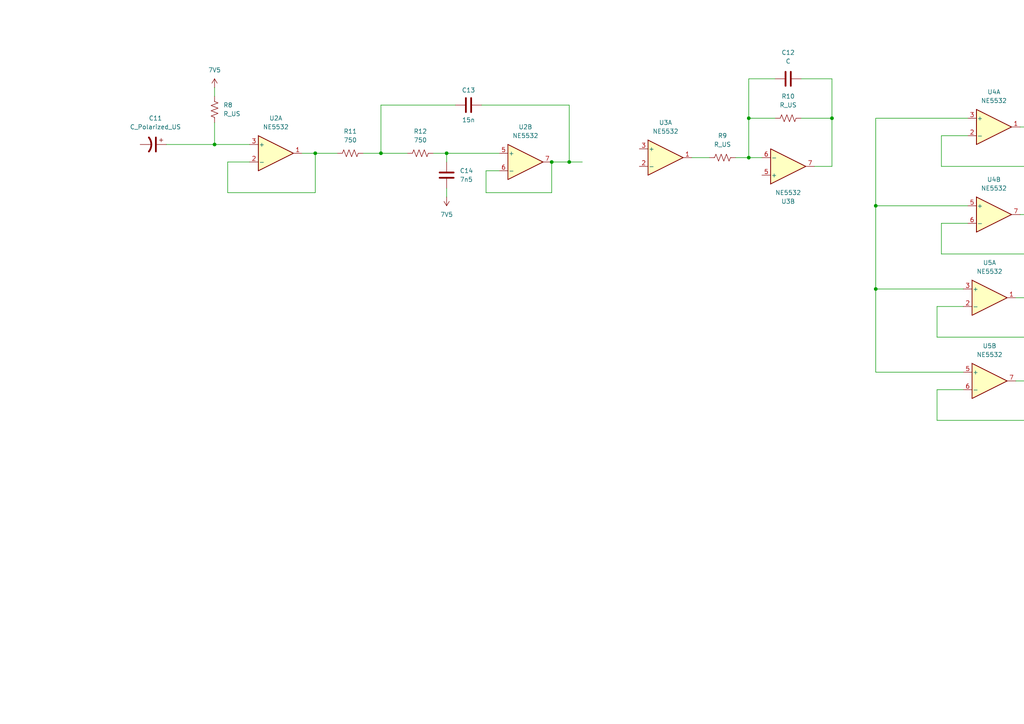
<source format=kicad_sch>
(kicad_sch (version 20231120) (generator "eeschema") (generator_version "8.0")
  (paper "A4")
  (lib_symbols
    (symbol "Amplifier_Operational:NE5532" (pin_names (offset 0.127))
      (property "Reference" "U" (at 0 5.08 0))
      (property "Value" "NE5532" (at 0 -5.08 0))
      (symbol "NE5532_1_1"
        (polyline (pts (xy -5.08 5.08) (xy 5.08 0) (xy -5.08 -5.08) (xy -5.08 5.08)) (stroke (width 0.254)) (fill (type background)))
        (pin output line (at 7.62 0 180) (length 2.54) (name "~") (number "1"))
        (pin input line (at -7.62 -2.54 0) (length 2.54) (name "-") (number "2"))
        (pin input line (at -7.62 2.54 0) (length 2.54) (name "+") (number "3"))
      )
      (symbol "NE5532_2_1"
        (polyline (pts (xy -5.08 5.08) (xy 5.08 0) (xy -5.08 -5.08) (xy -5.08 5.08)) (stroke (width 0.254)) (fill (type background)))
        (pin input line (at -7.62 2.54 0) (length 2.54) (name "+") (number "5"))
        (pin input line (at -7.62 -2.54 0) (length 2.54) (name "-") (number "6"))
        (pin output line (at 7.62 0 180) (length 2.54) (name "~") (number "7"))
      )
      (symbol "NE5532_3_1"
        (pin power_in line (at -2.54 -7.62 90) (length 3.81) (name "V-") (number "4"))
        (pin power_in line (at -2.54 7.62 270) (length 3.81) (name "V+") (number "8"))
      )
    )
    (symbol "Device:C" (pin_numbers hide) (pin_names (offset 0.254))
      (property "Reference" "C" (at 0.635 2.54 0))
      (property "Value" "C" (at 0.635 -2.54 0))
      (symbol "C_0_1"
        (polyline (pts (xy -2.032 -0.762) (xy 2.032 -0.762)) (stroke (width 0.508)))
        (polyline (pts (xy -2.032 0.762) (xy 2.032 0.762)) (stroke (width 0.508)))
      )
      (symbol "C_1_1"
        (pin passive line (at 0 3.81 270) (length 2.794) (name "~") (number "1"))
        (pin passive line (at 0 -3.81 90) (length 2.794) (name "~") (number "2"))
      )
    )
    (symbol "Device:C_Polarized_US" (pin_numbers hide) (pin_names (offset 0.254) hide)
      (property "Reference" "C" (at 0.635 2.54 0))
      (property "Value" "C_Polarized_US" (at 0.635 -2.54 0))
      (symbol "C_Polarized_US_0_1"
        (polyline (pts (xy -2.032 0.762) (xy 2.032 0.762)) (stroke (width 0.508)))
        (polyline (pts (xy -1.778 2.286) (xy -0.762 2.286)))
        (polyline (pts (xy -1.27 1.778) (xy -1.27 2.794)))
        (arc (start 2.032 -1.27) (mid 0 -0.5572) (end -2.032 -1.27) (stroke (width 0.508)))
      )
      (symbol "C_Polarized_US_1_1"
        (pin passive line (at 0 3.81 270) (length 2.794) (name "~") (number "1"))
        (pin passive line (at 0 -3.81 90) (length 3.302) (name "~") (number "2"))
      )
    )
    (symbol "Device:R_US" (pin_numbers hide) (pin_names (offset 0))
      (property "Reference" "R" (at 2.54 0 90))
      (property "Value" "R_US" (at -2.54 0 90))
      (symbol "R_US_0_1"
        (polyline (pts (xy 0 -2.286) (xy 0 -2.54)))
        (polyline (pts (xy 0 2.286) (xy 0 2.54)))
        (polyline (pts (xy 0 -0.762) (xy 1.016 -1.143) (xy 0 -1.524) (xy -1.016 -1.905) (xy 0 -2.286)))
        (polyline (pts (xy 0 0.762) (xy 1.016 0.381) (xy 0 0) (xy -1.016 -0.381) (xy 0 -0.762)))
        (polyline (pts (xy 0 2.286) (xy 1.016 1.905) (xy 0 1.524) (xy -1.016 1.143) (xy 0 0.762)))
      )
      (symbol "R_US_1_1"
        (pin passive line (at 0 3.81 270) (length 1.27) (name "~") (number "1"))
        (pin passive line (at 0 -3.81 90) (length 1.27) (name "~") (number "2"))
      )
    )
    (symbol "power:VCC" (power) (pin_numbers hide) (pin_names (offset 0) hide)
      (property "Value" "VCC" (at 0 3.556 0))
      (symbol "VCC_0_1"
        (polyline (pts (xy -0.762 1.27) (xy 0 2.54)))
        (polyline (pts (xy 0 0) (xy 0 2.54)))
        (polyline (pts (xy 0 2.54) (xy 0.762 1.27)))
      )
      (symbol "VCC_1_1"
        (pin power_in line (at 0 0 90) (length 0) (name "~") (number "1"))
      )
    )
  )
  (junction (at 110.49 44.45))
  (junction (at 254 83.82))
  (junction (at 299.72 62.23))
  (junction (at 62.23 41.91))
  (junction (at 91.44 44.45))
  (junction (at 298.45 110.49))
  (junction (at 298.45 86.36))
  (junction (at 241.3 34.29))
  (junction (at 299.72 36.83))
  (junction (at 165.1 46.99))
  (junction (at 254 59.69))
  (junction (at 217.17 34.29))
  (junction (at 160.02 46.99))
  (junction (at 129.54 44.45))
  (junction (at 217.17 45.72))
  (wire (pts (xy 105.41 44.45) (xy 110.49 44.45)))
  (wire (pts (xy 165.1 46.99) (xy 165.1 30.48)))
  (wire (pts (xy 62.23 41.91) (xy 72.39 41.91)))
  (wire (pts (xy 271.78 88.9) (xy 271.78 97.79)))
  (wire (pts (xy 279.4 88.9) (xy 271.78 88.9)))
  (wire (pts (xy 299.72 62.23) (xy 303.53 62.23)))
  (wire (pts (xy 217.17 45.72) (xy 220.98 45.72)))
  (wire (pts (xy 91.44 44.45) (xy 97.79 44.45)))
  (wire (pts (xy 232.41 22.86) (xy 241.3 22.86)))
  (wire (pts (xy 299.72 62.23) (xy 295.91 62.23)))
  (wire (pts (xy 298.45 86.36) (xy 303.53 86.36)))
  (wire (pts (xy 241.3 34.29) (xy 241.3 48.26)))
  (wire (pts (xy 280.67 64.77) (xy 273.05 64.77)))
  (wire (pts (xy 279.4 113.03) (xy 271.78 113.03)))
  (wire (pts (xy 140.97 55.88) (xy 160.02 55.88)))
  (wire (pts (xy 298.45 97.79) (xy 298.45 86.36)))
  (wire (pts (xy 213.36 45.72) (xy 217.17 45.72)))
  (wire (pts (xy 91.44 44.45) (xy 87.63 44.45)))
  (wire (pts (xy 273.05 48.26) (xy 299.72 48.26)))
  (wire (pts (xy 110.49 30.48) (xy 110.49 44.45)))
  (wire (pts (xy 217.17 22.86) (xy 224.79 22.86)))
  (wire (pts (xy 254 107.95) (xy 254 83.82)))
  (wire (pts (xy 298.45 86.36) (xy 294.64 86.36)))
  (wire (pts (xy 200.66 45.72) (xy 205.74 45.72)))
  (wire (pts (xy 91.44 55.88) (xy 91.44 44.45)))
  (wire (pts (xy 271.78 97.79) (xy 298.45 97.79)))
  (wire (pts (xy 298.45 110.49) (xy 303.53 110.49)))
  (wire (pts (xy 299.72 48.26) (xy 299.72 36.83)))
  (wire (pts (xy 160.02 46.99) (xy 165.1 46.99)))
  (wire (pts (xy 160.02 55.88) (xy 160.02 46.99)))
  (wire (pts (xy 254 83.82) (xy 254 59.69)))
  (wire (pts (xy 280.67 39.37) (xy 273.05 39.37)))
  (wire (pts (xy 279.4 107.95) (xy 254 107.95)))
  (wire (pts (xy 72.39 46.99) (xy 66.04 46.99)))
  (wire (pts (xy 217.17 34.29) (xy 217.17 22.86)))
  (wire (pts (xy 125.73 44.45) (xy 129.54 44.45)))
  (wire (pts (xy 298.45 121.92) (xy 298.45 110.49)))
  (wire (pts (xy 66.04 55.88) (xy 91.44 55.88)))
  (wire (pts (xy 254 34.29) (xy 280.67 34.29)))
  (wire (pts (xy 165.1 46.99) (xy 168.91 46.99)))
  (wire (pts (xy 129.54 44.45) (xy 144.78 44.45)))
  (wire (pts (xy 144.78 49.53) (xy 140.97 49.53)))
  (wire (pts (xy 254 59.69) (xy 254 34.29)))
  (wire (pts (xy 273.05 39.37) (xy 273.05 48.26)))
  (wire (pts (xy 299.72 36.83) (xy 295.91 36.83)))
  (wire (pts (xy 66.04 46.99) (xy 66.04 55.88)))
  (wire (pts (xy 140.97 49.53) (xy 140.97 55.88)))
  (wire (pts (xy 241.3 48.26) (xy 236.22 48.26)))
  (wire (pts (xy 217.17 45.72) (xy 217.17 34.29)))
  (wire (pts (xy 254 59.69) (xy 280.67 59.69)))
  (wire (pts (xy 298.45 110.49) (xy 294.64 110.49)))
  (wire (pts (xy 129.54 44.45) (xy 129.54 46.99)))
  (wire (pts (xy 62.23 25.4) (xy 62.23 27.94)))
  (wire (pts (xy 217.17 34.29) (xy 224.79 34.29)))
  (wire (pts (xy 48.26 41.91) (xy 62.23 41.91)))
  (wire (pts (xy 132.08 30.48) (xy 110.49 30.48)))
  (wire (pts (xy 271.78 121.92) (xy 298.45 121.92)))
  (wire (pts (xy 273.05 64.77) (xy 273.05 73.66)))
  (wire (pts (xy 232.41 34.29) (xy 241.3 34.29)))
  (wire (pts (xy 62.23 41.91) (xy 62.23 35.56)))
  (wire (pts (xy 129.54 54.61) (xy 129.54 57.15)))
  (wire (pts (xy 299.72 36.83) (xy 303.53 36.83)))
  (wire (pts (xy 254 83.82) (xy 279.4 83.82)))
  (wire (pts (xy 299.72 73.66) (xy 299.72 62.23)))
  (wire (pts (xy 273.05 73.66) (xy 299.72 73.66)))
  (wire (pts (xy 271.78 113.03) (xy 271.78 121.92)))
  (wire (pts (xy 241.3 22.86) (xy 241.3 34.29)))
  (wire (pts (xy 165.1 30.48) (xy 139.7 30.48)))
  (wire (pts (xy 110.49 44.45) (xy 118.11 44.45)))
  (symbol (lib_id "Device:R_US") (at 307.34 110.49 90) (unit 1)
    (property "Reference" "R16" (at 307.34 104.14 90))
    (property "Value" "R_US" (at 307.34 106.68 90))
    (property "Description" "Resistor, US symbol" (effects (hide yes)))
  )
  (symbol (lib_id "Amplifier_Operational:NE5532") (at 193.04 45.72 0) (unit 1)
    (property "Reference" "U3" (at 193.04 35.56 0))
    (property "Value" "NE5532" (at 193.04 38.1 0))
    (property "Datasheet" "http://www.ti.com/lit/ds/symlink/ne5532.pdf" (effects (hide yes)))
    (property "Description" "Dual Low-Noise Operational Amplifiers, DIP-8/SOIC-8" (effects (hide yes)))
  )
  (symbol (lib_id "Amplifier_Operational:NE5532") (at 152.4 46.99 0) (unit 2)
    (property "Reference" "U2" (at 152.4 36.83 0))
    (property "Value" "NE5532" (at 152.4 39.37 0))
    (property "Datasheet" "http://www.ti.com/lit/ds/symlink/ne5532.pdf" (effects (hide yes)))
    (property "Description" "Dual Low-Noise Operational Amplifiers, DIP-8/SOIC-8" (effects (hide yes)))
  )
  (symbol (lib_id "Device:R_US") (at 307.34 36.83 90) (unit 1)
    (property "Reference" "R13" (at 307.34 30.48 90))
    (property "Value" "R_US" (at 307.34 33.02 90))
    (property "Description" "Resistor, US symbol" (effects (hide yes)))
  )
  (symbol (lib_id "Amplifier_Operational:NE5532") (at 325.12 167.64 0) (unit 3)
    (property "Reference" "U2" (at 323.85 166.3699 0) (effects (justify left)))
    (property "Value" "NE5532" (at 323.85 168.9099 0) (effects (justify left)))
    (property "Datasheet" "http://www.ti.com/lit/ds/symlink/ne5532.pdf" (effects (hide yes)))
    (property "Description" "Dual Low-Noise Operational Amplifiers, DIP-8/SOIC-8" (effects (hide yes)))
  )
  (symbol (lib_id "Device:C") (at 129.54 50.8 0) (unit 1)
    (property "Reference" "C14" (at 133.35 49.5299 0) (effects (justify left)))
    (property "Value" "7n5" (at 133.35 52.0699 0) (effects (justify left)))
    (property "Description" "Unpolarized capacitor" (effects (hide yes)))
  )
  (symbol (lib_id "Amplifier_Operational:NE5532") (at 228.6 48.26 0) (mirror x) (unit 2)
    (property "Reference" "U3" (at 228.6 58.42 0))
    (property "Value" "NE5532" (at 228.6 55.88 0))
    (property "Datasheet" "http://www.ti.com/lit/ds/symlink/ne5532.pdf" (effects (hide yes)))
    (property "Description" "Dual Low-Noise Operational Amplifiers, DIP-8/SOIC-8" (effects (hide yes)))
  )
  (symbol (lib_id "power:VCC") (at 62.23 25.4 0) (unit 1)
    (property "Reference" "#PWR023" (effects (hide yes)))
    (property "Value" "7V5" (at 62.23 20.32 0))
    (property "Description" "Power symbol creates a global label with name \"VCC\"" (effects (hide yes)))
  )
  (symbol (lib_id "Device:C_Polarized_US") (at 44.45 41.91 270) (unit 1)
    (property "Reference" "C11" (at 45.085 34.29 90))
    (property "Value" "C_Polarized_US" (at 45.085 36.83 90))
    (property "Description" "Polarized capacitor, US symbol" (effects (hide yes)))
  )
  (symbol (lib_id "Amplifier_Operational:NE5532") (at 287.02 86.36 0) (unit 1)
    (property "Reference" "U5" (at 287.02 76.2 0))
    (property "Value" "NE5532" (at 287.02 78.74 0))
    (property "Datasheet" "http://www.ti.com/lit/ds/symlink/ne5532.pdf" (effects (hide yes)))
    (property "Description" "Dual Low-Noise Operational Amplifiers, DIP-8/SOIC-8" (effects (hide yes)))
  )
  (symbol (lib_id "Device:C") (at 135.89 30.48 90) (unit 1)
    (property "Reference" "C13" (at 135.89 26.162 90))
    (property "Value" "15n" (at 135.89 34.798 90))
    (property "Description" "Unpolarized capacitor" (effects (hide yes)))
  )
  (symbol (lib_id "Amplifier_Operational:NE5532") (at 288.29 62.23 0) (unit 2)
    (property "Reference" "U4" (at 288.29 52.07 0))
    (property "Value" "NE5532" (at 288.29 54.61 0))
    (property "Datasheet" "http://www.ti.com/lit/ds/symlink/ne5532.pdf" (effects (hide yes)))
    (property "Description" "Dual Low-Noise Operational Amplifiers, DIP-8/SOIC-8" (effects (hide yes)))
  )
  (symbol (lib_id "power:VCC") (at 129.54 57.15 180) (unit 1)
    (property "Reference" "#PWR08" (effects (hide yes)))
    (property "Value" "7V5" (at 129.54 62.23 0))
    (property "Description" "Power symbol creates a global label with name \"VCC\"" (effects (hide yes)))
  )
  (symbol (lib_id "Device:R_US") (at 307.34 62.23 90) (unit 1)
    (property "Reference" "R14" (at 307.34 55.88 90))
    (property "Value" "R_US" (at 307.34 58.42 90))
    (property "Description" "Resistor, US symbol" (effects (hide yes)))
  )
  (symbol (lib_id "Device:R_US") (at 228.6 34.29 90) (unit 1)
    (property "Reference" "R10" (at 228.6 27.94 90))
    (property "Value" "R_US" (at 228.6 30.48 90))
    (property "Description" "Resistor, US symbol" (effects (hide yes)))
  )
  (symbol (lib_id "Amplifier_Operational:NE5532") (at 288.29 36.83 0) (unit 1)
    (property "Reference" "U4" (at 288.29 26.67 0))
    (property "Value" "NE5532" (at 288.29 29.21 0))
    (property "Datasheet" "http://www.ti.com/lit/ds/symlink/ne5532.pdf" (effects (hide yes)))
    (property "Description" "Dual Low-Noise Operational Amplifiers, DIP-8/SOIC-8" (effects (hide yes)))
  )
  (symbol (lib_id "Amplifier_Operational:NE5532") (at 80.01 44.45 0) (unit 1)
    (property "Reference" "U2" (at 80.01 34.29 0))
    (property "Value" "NE5532" (at 80.01 36.83 0))
    (property "Datasheet" "http://www.ti.com/lit/ds/symlink/ne5532.pdf" (effects (hide yes)))
    (property "Description" "Dual Low-Noise Operational Amplifiers, DIP-8/SOIC-8" (effects (hide yes)))
  )
  (symbol (lib_id "Device:R_US") (at 121.92 44.45 90) (unit 1)
    (property "Reference" "R12" (at 121.92 38.1 90))
    (property "Value" "750" (at 121.92 40.64 90))
    (property "Description" "Resistor, US symbol" (effects (hide yes)))
  )
  (symbol (lib_id "Device:R_US") (at 101.6 44.45 90) (unit 1)
    (property "Reference" "R11" (at 101.6 38.1 90))
    (property "Value" "750" (at 101.6 40.64 90))
    (property "Description" "Resistor, US symbol" (effects (hide yes)))
  )
  (symbol (lib_id "Amplifier_Operational:NE5532") (at 337.82 167.64 0) (unit 3)
    (property "Reference" "U4" (at 336.55 166.3699 0) (effects (justify left)))
    (property "Value" "NE5532" (at 336.55 168.9099 0) (effects (justify left)))
    (property "Datasheet" "http://www.ti.com/lit/ds/symlink/ne5532.pdf" (effects (hide yes)))
    (property "Description" "Dual Low-Noise Operational Amplifiers, DIP-8/SOIC-8" (effects (hide yes)))
  )
  (symbol (lib_id "Amplifier_Operational:NE5532") (at 350.52 167.64 0) (unit 3)
    (property "Reference" "U5" (at 349.25 166.3699 0) (effects (justify left)))
    (property "Value" "NE5532" (at 349.25 168.9099 0) (effects (justify left)))
    (property "Datasheet" "http://www.ti.com/lit/ds/symlink/ne5532.pdf" (effects (hide yes)))
    (property "Description" "Dual Low-Noise Operational Amplifiers, DIP-8/SOIC-8" (effects (hide yes)))
  )
  (symbol (lib_id "Device:R_US") (at 209.55 45.72 90) (unit 1)
    (property "Reference" "R9" (at 209.55 39.37 90))
    (property "Value" "R_US" (at 209.55 41.91 90))
    (property "Description" "Resistor, US symbol" (effects (hide yes)))
  )
  (symbol (lib_id "Device:R_US") (at 307.34 86.36 90) (unit 1)
    (property "Reference" "R15" (at 307.34 80.01 90))
    (property "Value" "R_US" (at 307.34 82.55 90))
    (property "Description" "Resistor, US symbol" (effects (hide yes)))
  )
  (symbol (lib_id "Amplifier_Operational:NE5532") (at 287.02 110.49 0) (unit 2)
    (property "Reference" "U5" (at 287.02 100.33 0))
    (property "Value" "NE5532" (at 287.02 102.87 0))
    (property "Datasheet" "http://www.ti.com/lit/ds/symlink/ne5532.pdf" (effects (hide yes)))
    (property "Description" "Dual Low-Noise Operational Amplifiers, DIP-8/SOIC-8" (effects (hide yes)))
  )
  (symbol (lib_id "Device:C") (at 228.6 22.86 90) (unit 1)
    (property "Reference" "C12" (at 228.6 15.24 90))
    (property "Value" "C" (at 228.6 17.78 90))
    (property "Description" "Unpolarized capacitor" (effects (hide yes)))
  )
  (symbol (lib_id "Device:R_US") (at 62.23 31.75 0) (unit 1)
    (property "Reference" "R8" (at 64.77 30.4799 0) (effects (justify left)))
    (property "Value" "R_US" (at 64.77 33.0199 0) (effects (justify left)))
    (property "Description" "Resistor, US symbol" (effects (hide yes)))
  )
  (symbol (lib_id "Amplifier_Operational:NE5532") (at 312.42 167.64 0) (unit 3)
    (property "Reference" "U3" (at 311.15 166.3699 0) (effects (justify left)))
    (property "Value" "NE5532" (at 311.15 168.9099 0) (effects (justify left)))
    (property "Datasheet" "http://www.ti.com/lit/ds/symlink/ne5532.pdf" (effects (hide yes)))
    (property "Description" "Dual Low-Noise Operational Amplifiers, DIP-8/SOIC-8" (effects (hide yes)))
  )
)
</source>
